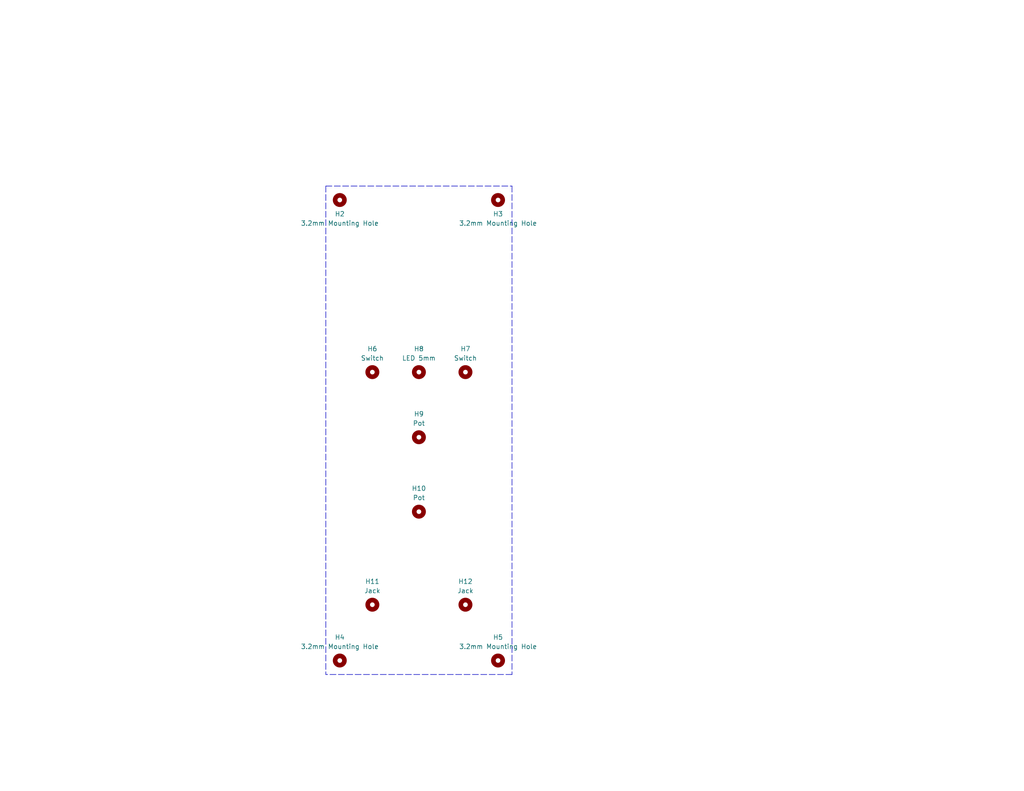
<source format=kicad_sch>
(kicad_sch (version 20211123) (generator eeschema)

  (uuid 1aa54ae8-2d61-4808-b4a3-f237a9b50500)

  (paper "USLetter")

  (title_block
    (title "Valve Distortion Euro Module")
    (date "2023-01-12")
    (rev "0.1")
    (company "Max Proskauer")
  )

  (lib_symbols
    (symbol "Mechanical:MountingHole" (pin_names (offset 1.016)) (in_bom yes) (on_board yes)
      (property "Reference" "H" (id 0) (at 0 5.08 0)
        (effects (font (size 1.27 1.27)))
      )
      (property "Value" "MountingHole" (id 1) (at 0 3.175 0)
        (effects (font (size 1.27 1.27)))
      )
      (property "Footprint" "" (id 2) (at 0 0 0)
        (effects (font (size 1.27 1.27)) hide)
      )
      (property "Datasheet" "~" (id 3) (at 0 0 0)
        (effects (font (size 1.27 1.27)) hide)
      )
      (property "ki_keywords" "mounting hole" (id 4) (at 0 0 0)
        (effects (font (size 1.27 1.27)) hide)
      )
      (property "ki_description" "Mounting Hole without connection" (id 5) (at 0 0 0)
        (effects (font (size 1.27 1.27)) hide)
      )
      (property "ki_fp_filters" "MountingHole*" (id 6) (at 0 0 0)
        (effects (font (size 1.27 1.27)) hide)
      )
      (symbol "MountingHole_0_1"
        (circle (center 0 0) (radius 1.27)
          (stroke (width 1.27) (type default) (color 0 0 0 0))
          (fill (type none))
        )
      )
    )
  )


  (polyline (pts (xy 139.7 50.8) (xy 139.7 184.15))
    (stroke (width 0) (type default) (color 0 0 0 0))
    (uuid 11b86a15-42c8-4561-b22d-30e5afa0b807)
  )
  (polyline (pts (xy 88.9 50.8) (xy 88.9 184.15))
    (stroke (width 0) (type default) (color 0 0 0 0))
    (uuid 8b12b8aa-da03-402e-9424-65390c2560e3)
  )
  (polyline (pts (xy 139.7 184.15) (xy 88.9 184.15))
    (stroke (width 0) (type default) (color 0 0 0 0))
    (uuid 8decb6d3-382d-42c1-9eac-56df4e0dbc96)
  )
  (polyline (pts (xy 88.9 50.8) (xy 139.7 50.8))
    (stroke (width 0) (type default) (color 0 0 0 0))
    (uuid d1786f51-4901-4554-b8db-433880554029)
  )

  (symbol (lib_id "Mechanical:MountingHole") (at 101.6 165.1 0) (unit 1)
    (in_bom yes) (on_board yes)
    (uuid 06254c56-f50c-4a92-8b22-a585040fe3fc)
    (property "Reference" "H11" (id 0) (at 101.6 158.75 0))
    (property "Value" "Jack" (id 1) (at 101.6 161.29 0))
    (property "Footprint" "kosmo-lib:Hole_Jack_3.5mm" (id 2) (at 101.6 165.1 0)
      (effects (font (size 1.27 1.27)) hide)
    )
    (property "Datasheet" "~" (id 3) (at 101.6 165.1 0)
      (effects (font (size 1.27 1.27)) hide)
    )
  )

  (symbol (lib_id "Mechanical:MountingHole") (at 135.89 54.61 0) (unit 1)
    (in_bom yes) (on_board yes)
    (uuid 356217dc-0762-4197-b359-491827df3860)
    (property "Reference" "H3" (id 0) (at 135.89 58.42 0))
    (property "Value" "3.2mm Mounting Hole" (id 1) (at 135.89 60.96 0))
    (property "Footprint" "MountingHole:MountingHole_3.2mm_M3" (id 2) (at 135.89 54.61 0)
      (effects (font (size 1.27 1.27)) hide)
    )
    (property "Datasheet" "~" (id 3) (at 135.89 54.61 0)
      (effects (font (size 1.27 1.27)) hide)
    )
  )

  (symbol (lib_id "Mechanical:MountingHole") (at 127 165.1 0) (unit 1)
    (in_bom yes) (on_board yes)
    (uuid 5505b431-1e60-4995-8715-b20c7c8c6bf9)
    (property "Reference" "H12" (id 0) (at 127 158.75 0))
    (property "Value" "Jack" (id 1) (at 127 161.29 0))
    (property "Footprint" "kosmo-lib:Hole_Jack_3.5mm" (id 2) (at 127 165.1 0)
      (effects (font (size 1.27 1.27)) hide)
    )
    (property "Datasheet" "~" (id 3) (at 127 165.1 0)
      (effects (font (size 1.27 1.27)) hide)
    )
  )

  (symbol (lib_id "Mechanical:MountingHole") (at 114.3 119.38 0) (unit 1)
    (in_bom yes) (on_board yes)
    (uuid 63614e84-4ac6-4a94-9a68-ccf611bc397a)
    (property "Reference" "H9" (id 0) (at 114.3 113.03 0))
    (property "Value" "Pot" (id 1) (at 114.3 115.57 0))
    (property "Footprint" "kosmo-lib:Hole_Pot" (id 2) (at 114.3 119.38 0)
      (effects (font (size 1.27 1.27)) hide)
    )
    (property "Datasheet" "~" (id 3) (at 114.3 119.38 0)
      (effects (font (size 1.27 1.27)) hide)
    )
  )

  (symbol (lib_id "Mechanical:MountingHole") (at 92.71 54.61 0) (unit 1)
    (in_bom yes) (on_board yes)
    (uuid 8b48928e-8129-492c-8cf3-91018b758818)
    (property "Reference" "H2" (id 0) (at 92.71 58.42 0))
    (property "Value" "3.2mm Mounting Hole" (id 1) (at 92.71 60.96 0))
    (property "Footprint" "MountingHole:MountingHole_3.2mm_M3" (id 2) (at 92.71 54.61 0)
      (effects (font (size 1.27 1.27)) hide)
    )
    (property "Datasheet" "~" (id 3) (at 92.71 54.61 0)
      (effects (font (size 1.27 1.27)) hide)
    )
  )

  (symbol (lib_id "Mechanical:MountingHole") (at 135.89 180.34 0) (unit 1)
    (in_bom yes) (on_board yes)
    (uuid 8f299f7c-7e63-45ac-a553-5a62f178d734)
    (property "Reference" "H5" (id 0) (at 135.89 173.99 0))
    (property "Value" "3.2mm Mounting Hole" (id 1) (at 135.89 176.53 0))
    (property "Footprint" "MountingHole:MountingHole_3.2mm_M3" (id 2) (at 135.89 180.34 0)
      (effects (font (size 1.27 1.27)) hide)
    )
    (property "Datasheet" "~" (id 3) (at 135.89 180.34 0)
      (effects (font (size 1.27 1.27)) hide)
    )
  )

  (symbol (lib_id "Mechanical:MountingHole") (at 101.6 101.6 0) (unit 1)
    (in_bom yes) (on_board yes)
    (uuid 93d9ed41-30c9-4eba-9097-7f0f0d8f7880)
    (property "Reference" "H6" (id 0) (at 101.6 95.25 0))
    (property "Value" "Switch" (id 1) (at 101.6 97.79 0))
    (property "Footprint" "kosmo-lib:Hole_Toggle_Switch" (id 2) (at 101.6 101.6 0)
      (effects (font (size 1.27 1.27)) hide)
    )
    (property "Datasheet" "~" (id 3) (at 101.6 101.6 0)
      (effects (font (size 1.27 1.27)) hide)
    )
  )

  (symbol (lib_id "Mechanical:MountingHole") (at 114.3 139.7 0) (unit 1)
    (in_bom yes) (on_board yes)
    (uuid be9321c8-be88-4f11-aa8a-7458766606ea)
    (property "Reference" "H10" (id 0) (at 114.3 133.35 0))
    (property "Value" "Pot" (id 1) (at 114.3 135.89 0))
    (property "Footprint" "kosmo-lib:Hole_Pot" (id 2) (at 114.3 139.7 0)
      (effects (font (size 1.27 1.27)) hide)
    )
    (property "Datasheet" "~" (id 3) (at 114.3 139.7 0)
      (effects (font (size 1.27 1.27)) hide)
    )
  )

  (symbol (lib_id "Mechanical:MountingHole") (at 114.3 101.6 0) (unit 1)
    (in_bom yes) (on_board yes)
    (uuid c56cc2d5-d2c1-4f69-8ca1-b66fd813995e)
    (property "Reference" "H8" (id 0) (at 114.3 95.25 0))
    (property "Value" "LED 5mm" (id 1) (at 114.3 97.79 0))
    (property "Footprint" "kosmo-lib:Hole_LED_5mm" (id 2) (at 114.3 101.6 0)
      (effects (font (size 1.27 1.27)) hide)
    )
    (property "Datasheet" "~" (id 3) (at 114.3 101.6 0)
      (effects (font (size 1.27 1.27)) hide)
    )
  )

  (symbol (lib_id "Mechanical:MountingHole") (at 92.71 180.34 0) (unit 1)
    (in_bom yes) (on_board yes)
    (uuid ef882b18-1a03-483a-9fbc-4899d88567e3)
    (property "Reference" "H4" (id 0) (at 92.71 173.99 0))
    (property "Value" "3.2mm Mounting Hole" (id 1) (at 92.71 176.53 0))
    (property "Footprint" "MountingHole:MountingHole_3.2mm_M3" (id 2) (at 92.71 180.34 0)
      (effects (font (size 1.27 1.27)) hide)
    )
    (property "Datasheet" "~" (id 3) (at 92.71 180.34 0)
      (effects (font (size 1.27 1.27)) hide)
    )
  )

  (symbol (lib_id "Mechanical:MountingHole") (at 127 101.6 0) (unit 1)
    (in_bom yes) (on_board yes)
    (uuid f7f09bc6-392e-4fb1-8711-020bc81ab0bc)
    (property "Reference" "H7" (id 0) (at 127 95.25 0))
    (property "Value" "Switch" (id 1) (at 127 97.79 0))
    (property "Footprint" "kosmo-lib:Hole_Toggle_Switch" (id 2) (at 127 101.6 0)
      (effects (font (size 1.27 1.27)) hide)
    )
    (property "Datasheet" "~" (id 3) (at 127 101.6 0)
      (effects (font (size 1.27 1.27)) hide)
    )
  )
)

</source>
